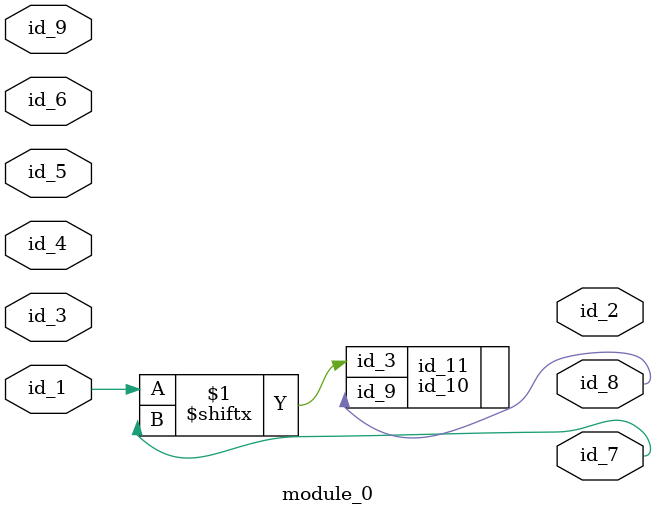
<source format=v>
module module_0 (
    id_1,
    id_2,
    id_3,
    id_4,
    id_5,
    id_6,
    id_7,
    id_8,
    id_9
);
  input id_9;
  output id_8;
  output id_7;
  input id_6;
  input id_5;
  input id_4;
  input id_3;
  output id_2;
  input id_1;
  id_10 id_11 (
      .id_9(id_8),
      .id_3(id_1[id_7])
  );
endmodule
`celldefine

</source>
